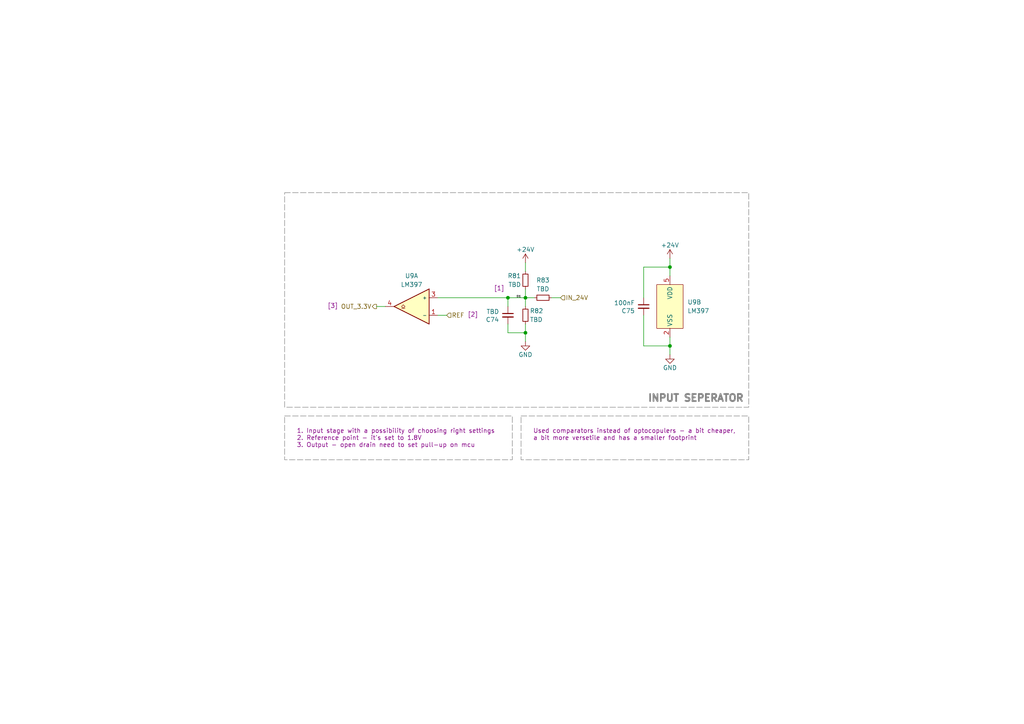
<source format=kicad_sch>
(kicad_sch (version 20231120) (generator "eeschema") (generator_version "8.0")
  (paper "A4")
  (lib_symbols
    (symbol "Comparator:LM397"
      (property "Reference" "U8" (at 1.27 10.16 0))
      (property "Value" "LM397" (at 1.27 7.62 0))
      (symbol "LM397_1_1"
        (polyline (pts (xy -5.08 5.08) (xy 5.08 0) (xy -5.08 -5.08) (xy -5.08 5.08)) (stroke (width 0.254)) (fill (type background)))
        (polyline (pts (xy 1.905 -0.508) (xy 2.413 -0.508) (xy 1.905 0) (xy 2.413 0.508) (xy 2.921 0) (xy 2.413 -0.508) (xy 2.921 -0.508)) (stroke (width 0.127)))
        (text "+" (at -3.81 2.54 0) (effects (font (size 0.9525 0.9525))))
        (text "-" (at -3.81 -2.54 0) (effects (font (size 0.9525 0.9525))))
        (pin input line (at -7.62 -2.54 0) (length 2.54) (name "~") (number "1"))
        (pin input line (at -7.62 2.54 0) (length 2.54) (name "~") (number "3"))
        (pin open_collector line (at 7.62 0 180) (length 2.54) (name "~") (number "4"))
      )
      (symbol "LM397_2_1"
        (rectangle (start -3.81 6.35) (end 3.81 -6.35) (fill (type background)))
        (pin power_in line (at 0 -8.89 90) (length 2.54) (name "VSS") (number "2"))
        (pin power_in line (at 0 8.89 270) (length 2.54) (name "VDD") (number "5"))
      )
    )
    (symbol "Device:C_Small" (pin_numbers hide) (pin_names (offset 0.254) hide)
      (property "Reference" "C" (at 0.254 1.778 0))
      (property "Value" "C_Small" (at 0.254 -2.032 0))
      (symbol "C_Small_0_1"
        (polyline (pts (xy -1.524 -0.508) (xy 1.524 -0.508)) (stroke (width 0.3302)))
        (polyline (pts (xy -1.524 0.508) (xy 1.524 0.508)) (stroke (width 0.3048)))
      )
      (symbol "C_Small_1_1"
        (pin passive line (at 0 2.54 270) (length 2.032) (name "~") (number "1"))
        (pin passive line (at 0 -2.54 90) (length 2.032) (name "~") (number "2"))
      )
    )
    (symbol "Device:R_Small" (pin_numbers hide) (pin_names (offset 0.254) hide)
      (property "Reference" "R" (at 0.762 0.508 0))
      (property "Value" "R_Small" (at 0.762 -1.016 0))
      (symbol "R_Small_0_1"
        (rectangle (start -0.762 1.778) (end 0.762 -1.778) (stroke (width 0.2032)))
      )
      (symbol "R_Small_1_1"
        (pin passive line (at 0 2.54 270) (length 0.762) (name "~") (number "1"))
        (pin passive line (at 0 -2.54 90) (length 0.762) (name "~") (number "2"))
      )
    )
    (symbol "GND_7" (power) (pin_names (offset 0))
      (property "Value" "GND" (at 0 -3.81 0))
      (symbol "GND_7_0_1"
        (polyline (pts (xy 0 0) (xy 0 -1.27) (xy 1.27 -1.27) (xy 0 -2.54) (xy -1.27 -1.27) (xy 0 -1.27)))
      )
      (symbol "GND_7_1_1"
        (pin power_in line (at 0 0 270) (length 0) hide (name "GND") (number "1"))
      )
    )
    (symbol "VDD_2" (power) (pin_names (offset 0))
      (property "Value" "VDD" (at 0 3.81 0))
      (symbol "VDD_2_0_1"
        (polyline (pts (xy -0.762 1.27) (xy 0 2.54)))
        (polyline (pts (xy 0 0) (xy 0 2.54)))
        (polyline (pts (xy 0 2.54) (xy 0.762 1.27)))
      )
      (symbol "VDD_2_1_1"
        (pin power_in line (at 0 0 90) (length 0) hide (name "VDD") (number "1"))
      )
    )
  )
  (junction (at 147.32 86.36))
  (junction (at 152.4 86.36))
  (junction (at 152.4 96.52))
  (junction (at 194.31 100.33))
  (junction (at 194.31 77.47))
  (wire (pts (xy 147.32 86.36) (xy 147.32 88.9)))
  (wire (pts (xy 152.4 76.2) (xy 152.4 78.74)))
  (wire (pts (xy 152.4 99.06) (xy 152.4 96.52)))
  (wire (pts (xy 194.31 74.93) (xy 194.31 77.47)))
  (wire (pts (xy 186.69 77.47) (xy 194.31 77.47)))
  (wire (pts (xy 162.56 86.36) (xy 160.02 86.36)))
  (wire (pts (xy 194.31 100.33) (xy 194.31 102.87)))
  (wire (pts (xy 127 91.44) (xy 129.54 91.44)))
  (wire (pts (xy 186.69 100.33) (xy 194.31 100.33)))
  (wire (pts (xy 127 86.36) (xy 147.32 86.36)))
  (wire (pts (xy 147.32 96.52) (xy 152.4 96.52)))
  (wire (pts (xy 109.22 88.9) (xy 111.76 88.9)))
  (wire (pts (xy 186.69 91.44) (xy 186.69 100.33)))
  (wire (pts (xy 152.4 93.98) (xy 152.4 96.52)))
  (wire (pts (xy 152.4 86.36) (xy 152.4 88.9)))
  (wire (pts (xy 152.4 86.36) (xy 154.94 86.36)))
  (wire (pts (xy 194.31 77.47) (xy 194.31 80.01)))
  (wire (pts (xy 147.32 93.98) (xy 147.32 96.52)))
  (wire (pts (xy 186.69 77.47) (xy 186.69 86.36)))
  (wire (pts (xy 152.4 83.82) (xy 152.4 86.36)))
  (wire (pts (xy 147.32 86.36) (xy 152.4 86.36)))
  (wire (pts (xy 194.31 100.33) (xy 194.31 97.79)))
  (rectangle (start 82.55 120.65) (end 148.59 133.35) (stroke (width 0) (type dash) (color 132 132 132 1)))
  (rectangle (start 151.13 120.65) (end 217.17 133.35) (stroke (width 0) (type dash) (color 132 132 132 1)))
  (rectangle (start 82.55 55.88) (end 217.17 118.11) (stroke (width 0) (type dash) (color 132 132 132 1)))
  (text_box "Used comparators instead of optocopulers - a bit cheaper, a bit more versetile and has a smaller footprint" (at 153.67 123.19 0) (size 60.96 7.62) (stroke (width -0.0001) (type dash) (color 132 132 132 1)) (effects (font (size 1.27 1.27)) (justify left top)))
  (text_box "1. Input stage with a possibility of choosing right settings\n2. Reference point - it's set to 1.8V\n3. Output - open drain need to set pull-up on mcu" (at 85.09 123.19 0) (size 60.96 7.62) (stroke (width -0.0001) (type dash) (color 132 132 132 1)) (effects (font (size 1.27 1.27)) (justify left top)))
  (text "[2]" (at 137.16 91.44 0) (effects (font (size 1.27 1.27))))
  (text "[3]" (at 96.52 88.9 0) (effects (font (size 1.27 1.27))))
  (text "INPUT SEPERATOR" (at 215.9 116.84 0) (effects (font (size 2.032 2.032) (thickness 1) (bold yes)) (justify right bottom)))
  (text "[1]" (at 144.78 83.82 0) (effects (font (size 1.27 1.27))))
  (label "EI1" (at 151.13 86.36 180) (effects (font (size 0.508 0.508))))
  (hierarchical_label "OUT_3.3V" (shape output) (at 109.22 88.9 180))
  (hierarchical_label "REF" (shape input) (at 129.54 91.44 0))
  (hierarchical_label "IN_24V" (shape input) (at 162.56 86.36 0))
  (symbol (lib_name "GND_7") (lib_id "power:GND") (at 152.4 99.06 0) (mirror y) (unit 1)
    (property "Reference" "#PWR0143" (effects (hide yes)))
    (property "Value" "GND" (at 152.4 102.87 0))
    (instances (project "PUTM_EV_AMS_MASTER_2025" (path "" (reference "#PWR0143") (unit 1)) (path "" (reference "#PWR033") (unit 1)) (path "" (reference "#PWR077") (unit 1)) (path "" (reference "#PWR0165") (unit 1)) (path "" (reference "#PWR0125") (unit 1))))
  )
  (symbol (lib_name "GND_7") (lib_id "power:GND") (at 194.31 102.87 0) (mirror y) (unit 1)
    (property "Reference" "#PWR0145" (effects (hide yes)))
    (property "Value" "GND" (at 194.31 106.68 0))
    (instances (project "PUTM_EV_AMS_MASTER_2025" (path "" (reference "#PWR0145") (unit 1)) (path "" (reference "#PWR049") (unit 1)) (path "" (reference "#PWR085") (unit 1)) (path "" (reference "#PWR0167") (unit 1)) (path "" (reference "#PWR0127") (unit 1))))
  )
  (symbol (lib_id "Device:C_Small") (at 186.69 88.9 0) (mirror y) (unit 1)
    (property "Reference" "C75" (at 184.15 90.17 0) (effects (justify left)))
    (property "Value" "100nF" (at 184.15 87.8586 0) (effects (justify left)))
    (property "Footprint" "Capacitor_SMD:C_0603_1608Metric" (effects (hide yes)))
    (property "Manufacturer_Name" "--" (effects (hide yes)))
    (property "Manufacturer_Part_Number" "--" (effects (hide yes)))
    (property "Mouser Price/Stock" "https://www.mouser.pl/ProductDetail/KEMET/C0603C104J3RACTU?qs=EHsFn6hSx4W0Oy0I8JUofQ%3D%3D" (effects (hide yes)))
    (instances (project "PUTM_EV_AMS_MASTER_2025" (path "" (reference "C75") (unit 1)) (path "" (reference "C50") (unit 1)) (path "" (reference "C71") (unit 1)) (path "" (reference "C82") (unit 1)) (path "" (reference "C73") (unit 1))))
  )
  (symbol (lib_name "VDD_2") (lib_id "power:VDD") (at 152.4 76.2 0) (unit 1)
    (property "Reference" "#PWR0142" (effects (hide yes)))
    (property "Value" "+24V" (at 152.4 72.39 0))
    (instances (project "PUTM_EV_AMS_MASTER_2025" (path "" (reference "#PWR0142") (unit 1)) (path "" (reference "#PWR032") (unit 1)) (path "" (reference "#PWR071") (unit 1)) (path "" (reference "#PWR0164") (unit 1)) (path "" (reference "#PWR0124") (unit 1))))
  )
  (symbol (lib_id "Device:R_Small") (at 152.4 91.44 0) (mirror y) (unit 1)
    (property "Reference" "R82" (at 153.67 90.17 0) (effects (justify right)))
    (property "Value" "TBD" (at 153.67 92.71 0) (effects (justify right)))
    (property "Footprint" "Resistor_SMD:R_0603_1608Metric" (effects (hide yes)))
    (property "Manufacturer_Name" "--" (effects (hide yes)))
    (property "Manufacturer_Part_Number" "--" (effects (hide yes)))
    (instances (project "PUTM_EV_AMS_MASTER_2025" (path "" (reference "R82") (unit 1)) (path "" (reference "R35") (unit 1)) (path "" (reference "R68") (unit 1)) (path "" (reference "R106") (unit 1)) (path "" (reference "R75") (unit 1))))
  )
  (symbol (lib_id "Device:R_Small") (at 152.4 81.28 0) (unit 1)
    (property "Reference" "R81" (at 151.13 80.01 0) (effects (justify right)))
    (property "Value" "TBD" (at 151.13 82.55 0) (effects (justify right)))
    (property "Footprint" "Resistor_SMD:R_0603_1608Metric" (effects (hide yes)))
    (property "Manufacturer_Name" "--" (effects (hide yes)))
    (property "Manufacturer_Part_Number" "--" (effects (hide yes)))
    (instances (project "PUTM_EV_AMS_MASTER_2025" (path "" (reference "R81") (unit 1)) (path "" (reference "R33") (unit 1)) (path "" (reference "R43") (unit 1)) (path "" (reference "R105") (unit 1)) (path "" (reference "R74") (unit 1))))
  )
  (symbol (lib_name "VDD_2") (lib_id "power:VDD") (at 194.31 74.93 0) (unit 1)
    (property "Reference" "#PWR0144" (effects (hide yes)))
    (property "Value" "+24V" (at 194.31 71.12 0))
    (instances (project "PUTM_EV_AMS_MASTER_2025" (path "" (reference "#PWR0144") (unit 1)) (path "" (reference "#PWR040") (unit 1)) (path "" (reference "#PWR084") (unit 1)) (path "" (reference "#PWR0166") (unit 1)) (path "" (reference "#PWR0126") (unit 1))))
  )
  (symbol (lib_id "Device:R_Small") (at 157.48 86.36 90) (mirror x) (unit 1)
    (property "Reference" "R83" (at 157.48 81.28 90))
    (property "Value" "TBD" (at 157.48 83.82 90))
    (property "Footprint" "Resistor_SMD:R_0603_1608Metric" (effects (hide yes)))
    (property "Manufacturer_Name" "--" (effects (hide yes)))
    (property "Manufacturer_Part_Number" "--" (effects (hide yes)))
    (instances (project "PUTM_EV_AMS_MASTER_2025" (path "" (reference "R83") (unit 1)) (path "" (reference "R38") (unit 1)) (path "" (reference "R69") (unit 1)) (path "" (reference "R107") (unit 1)) (path "" (reference "R76") (unit 1))))
  )
  (symbol (lib_id "Device:C_Small") (at 147.32 91.44 0) (mirror y) (unit 1)
    (property "Reference" "C74" (at 144.78 92.71 0) (effects (justify left)))
    (property "Value" "TBD" (at 144.78 90.3986 0) (effects (justify left)))
    (property "Footprint" "Capacitor_SMD:C_0603_1608Metric" (effects (hide yes)))
    (property "Manufacturer_Name" "--" (effects (hide yes)))
    (property "Manufacturer_Part_Number" "--" (effects (hide yes)))
    (property "Mouser Price/Stock" "https://www.mouser.pl/ProductDetail/KEMET/C0603C104J3RACTU?qs=EHsFn6hSx4W0Oy0I8JUofQ%3D%3D" (effects (hide yes)))
    (instances (project "PUTM_EV_AMS_MASTER_2025" (path "" (reference "C74") (unit 1)) (path "" (reference "C5") (unit 1)) (path "" (reference "C66") (unit 1)) (path "" (reference "C81") (unit 1)) (path "" (reference "C72") (unit 1))))
  )
  (symbol (lib_id "Comparator:LM397") (at 194.31 88.9 0) (mirror y) (unit 2)
    (property "Reference" "U9" (at 199.39 87.63 0) (effects (justify right)))
    (property "Value" "LM397" (at 199.39 90.17 0) (effects (justify right)))
    (property "Footprint" "Package_TO_SOT_SMD:SOT-23-5" (effects (hide yes)))
    (property "Datasheet" "http://www.ti.com/lit/ds/symlink/lm397.pdf" (effects (hide yes)))
    (property "Manufacturer_Part_Number" "LM397MFX/NOPB" (effects (hide yes)))
    (property "Mouser Part Number" "926-LM397MFX/NOPB" (effects (hide yes)))
    (property "Mouser Price/Stock" "https://www.mouser.pl/ProductDetail/Texas-Instruments/LM397MFX-NOPB?qs=QbsRYf82W3H8K8J%252BcL5lDg%3D%3D" (effects (hide yes)))
    (instances (project "PUTM_EV_AMS_MASTER_2025" (path "" (reference "U9") (unit 2)) (path "" (reference "U2") (unit 2)) (path "" (reference "U5") (unit 2)) (path "" (reference "U13") (unit 2)) (path "" (reference "U8") (unit 2))))
  )
  (symbol (lib_id "Comparator:LM397") (at 119.38 88.9 0) (mirror y) (unit 1)
    (property "Reference" "U9" (at 119.38 80.01 0))
    (property "Value" "LM397" (at 119.38 82.55 0))
    (property "Footprint" "Package_TO_SOT_SMD:SOT-23-5" (effects (hide yes)))
    (property "Datasheet" "http://www.ti.com/lit/ds/symlink/lm397.pdf" (effects (hide yes)))
    (property "Manufacturer_Part_Number" "LM397MFX/NOPB" (effects (hide yes)))
    (property "Mouser Part Number" "926-LM397MFX/NOPB" (effects (hide yes)))
    (property "Mouser Price/Stock" "https://www.mouser.pl/ProductDetail/Texas-Instruments/LM397MFX-NOPB?qs=QbsRYf82W3H8K8J%252BcL5lDg%3D%3D" (effects (hide yes)))
    (instances (project "PUTM_EV_AMS_MASTER_2025" (path "" (reference "U9") (unit 1)) (path "" (reference "U2") (unit 1)) (path "" (reference "U5") (unit 1)) (path "" (reference "U13") (unit 1)) (path "" (reference "U8") (unit 1))))
  )
)
</source>
